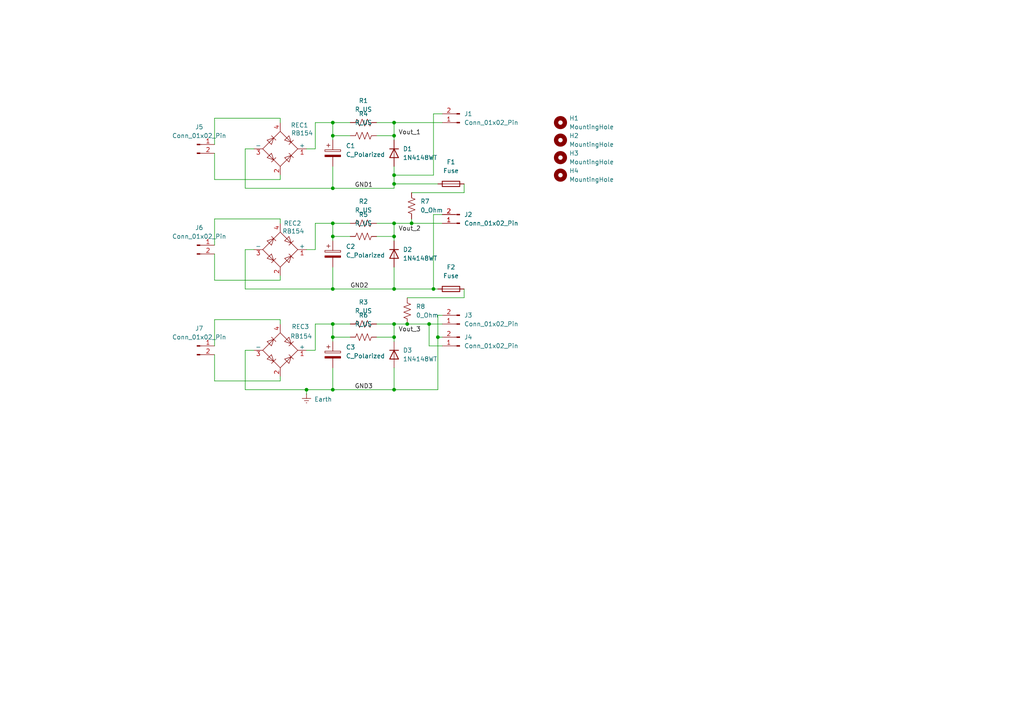
<source format=kicad_sch>
(kicad_sch (version 20250114) (generator "eeschema") (generator_version "9.0")
  (paper "A4")
  (lib_symbols
    (symbol "Connector:Conn_01x02_Pin" (pin_names (offset 1.016) (hide yes))
      (property "Reference" "J" (at 0 2.54 0))
      (property "Value" "Conn_01x02_Pin" (at 0 -5.08 0))
      (symbol "Conn_01x02_Pin_1_1"
        (rectangle (start 0.8636 0.127) (end 0 -0.127) (stroke (width 0.1524)) (fill (type outline)))
        (rectangle (start 0.8636 -2.413) (end 0 -2.667) (stroke (width 0.1524)) (fill (type outline)))
        (polyline (pts (xy 1.27 0) (xy 0.8636 0)) (stroke (width 0.1524)))
        (polyline (pts (xy 1.27 -2.54) (xy 0.8636 -2.54)) (stroke (width 0.1524)))
        (pin passive line (at 5.08 0 180) (length 3.81) (name "Pin_1") (number "1"))
        (pin passive line (at 5.08 -2.54 180) (length 3.81) (name "Pin_2") (number "2"))
      )
    )
    (symbol "Device:C_Polarized" (pin_numbers (hide yes)) (pin_names (offset 0.254))
      (property "Reference" "C" (at 0.635 2.54 0))
      (property "Value" "C_Polarized" (at 0.635 -2.54 0))
      (symbol "C_Polarized_0_1"
        (rectangle (start -2.286 0.508) (end 2.286 1.016))
        (polyline (pts (xy -1.778 2.286) (xy -0.762 2.286)))
        (polyline (pts (xy -1.27 2.794) (xy -1.27 1.778)))
        (rectangle (start 2.286 -0.508) (end -2.286 -1.016) (fill (type outline)))
      )
      (symbol "C_Polarized_1_1"
        (pin passive line (at 0 3.81 270) (length 2.794) (name "~") (number "1"))
        (pin passive line (at 0 -3.81 90) (length 2.794) (name "~") (number "2"))
      )
    )
    (symbol "Device:Fuse" (pin_numbers (hide yes)) (pin_names (offset 0))
      (property "Reference" "F" (at 2.032 0 90))
      (property "Value" "Fuse" (at -1.905 0 90))
      (symbol "Fuse_0_1"
        (rectangle (start -0.762 -2.54) (end 0.762 2.54) (stroke (width 0.254)))
        (polyline (pts (xy 0 2.54) (xy 0 -2.54)))
      )
      (symbol "Fuse_1_1"
        (pin passive line (at 0 3.81 270) (length 1.27) (name "~") (number "1"))
        (pin passive line (at 0 -3.81 90) (length 1.27) (name "~") (number "2"))
      )
    )
    (symbol "Device:R_US" (pin_numbers (hide yes)) (pin_names (offset 0))
      (property "Reference" "R" (at 2.54 0 90))
      (property "Value" "R_US" (at -2.54 0 90))
      (symbol "R_US_0_1"
        (polyline (pts (xy 0 2.286) (xy 0 2.54)))
        (polyline (pts (xy 0 2.286) (xy 1.016 1.905) (xy 0 1.524) (xy -1.016 1.143) (xy 0 0.762)))
        (polyline (pts (xy 0 0.762) (xy 1.016 0.381) (xy 0 0) (xy -1.016 -0.381) (xy 0 -0.762)))
        (polyline (pts (xy 0 -0.762) (xy 1.016 -1.143) (xy 0 -1.524) (xy -1.016 -1.905) (xy 0 -2.286)))
        (polyline (pts (xy 0 -2.286) (xy 0 -2.54)))
      )
      (symbol "R_US_1_1"
        (pin passive line (at 0 3.81 270) (length 1.27) (name "~") (number "1"))
        (pin passive line (at 0 -3.81 90) (length 1.27) (name "~") (number "2"))
      )
    )
    (symbol "Diode:1N4148WT" (pin_numbers (hide yes)) (pin_names (hide yes))
      (property "Reference" "D" (at 0 2.54 0))
      (property "Value" "1N4148WT" (at 0 -2.54 0))
      (symbol "1N4148WT_0_1"
        (polyline (pts (xy -1.27 1.27) (xy -1.27 -1.27)) (stroke (width 0.254)))
        (polyline (pts (xy 1.27 1.27) (xy 1.27 -1.27) (xy -1.27 0) (xy 1.27 1.27)) (stroke (width 0.254)))
        (polyline (pts (xy 1.27 0) (xy -1.27 0)))
      )
      (symbol "1N4148WT_1_1"
        (pin passive line (at -3.81 0 0) (length 2.54) (name "K") (number "1"))
        (pin passive line (at 3.81 0 180) (length 2.54) (name "A") (number "2"))
      )
    )
    (symbol "Diode_Bridge:RB151" (pin_names (offset 0))
      (property "Reference" "D" (at 2.54 6.985 0))
      (property "Value" "RB151" (at 2.54 5.08 0))
      (symbol "RB151_0_1"
        (polyline (pts (xy -5.08 0) (xy 0 -5.08) (xy 5.08 0) (xy 0 5.08) (xy -5.08 0)))
        (polyline (pts (xy -3.81 2.54) (xy -2.54 1.27) (xy -1.905 3.175) (xy -3.81 2.54)))
        (polyline (pts (xy -2.54 3.81) (xy -1.27 2.54)))
        (polyline (pts (xy -2.54 -1.27) (xy -3.81 -2.54) (xy -1.905 -3.175) (xy -2.54 -1.27)))
        (polyline (pts (xy -1.27 -2.54) (xy -2.54 -3.81)))
        (polyline (pts (xy 1.27 2.54) (xy 2.54 3.81) (xy 3.175 1.905) (xy 1.27 2.54)))
        (polyline (pts (xy 2.54 1.27) (xy 3.81 2.54)))
        (polyline (pts (xy 2.54 -1.27) (xy 3.81 -2.54)))
        (polyline (pts (xy 3.175 -1.905) (xy 1.27 -2.54) (xy 2.54 -3.81) (xy 3.175 -1.905)))
      )
      (symbol "RB151_1_1"
        (pin passive line (at -7.62 0 0) (length 2.54) (name "-") (number "3"))
        (pin passive line (at 0 7.62 270) (length 2.54) (name "~") (number "4"))
        (pin passive line (at 0 -7.62 90) (length 2.54) (name "~") (number "2"))
        (pin passive line (at 7.62 0 180) (length 2.54) (name "+") (number "1"))
      )
    )
    (symbol "Mechanical:MountingHole" (pin_names (offset 1.016)) (exclude_from_sim yes) (in_bom no)
      (property "Reference" "H" (at 0 5.08 0))
      (property "Value" "MountingHole" (at 0 3.175 0))
      (symbol "MountingHole_0_1"
        (circle (center 0 0) (radius 1.27) (stroke (width 1.27)))
      )
    )
    (symbol "power:Earth" (power) (pin_numbers (hide yes)) (pin_names (offset 0) (hide yes))
      (property "Value" "Earth" (at 0 -3.81 0))
      (symbol "Earth_0_1"
        (polyline (pts (xy -0.635 -1.905) (xy 0.635 -1.905)))
        (polyline (pts (xy -0.127 -2.54) (xy 0.127 -2.54)))
        (polyline (pts (xy 0 -1.27) (xy 0 0)))
        (polyline (pts (xy 1.27 -1.27) (xy -1.27 -1.27)))
      )
      (symbol "Earth_1_1"
        (pin power_in line (at 0 0 270) (length 0) (name "~") (number "1"))
      )
    )
  )
  (junction (at 96.52 68.58))
  (junction (at 114.3 68.58))
  (junction (at 125.73 83.82))
  (junction (at 114.3 113.03))
  (junction (at 114.3 53.34))
  (junction (at 96.52 35.56))
  (junction (at 96.52 93.98))
  (junction (at 114.3 35.56))
  (junction (at 96.52 39.37))
  (junction (at 96.52 113.03))
  (junction (at 114.3 39.37))
  (junction (at 96.52 64.77))
  (junction (at 124.46 93.98))
  (junction (at 119.38 64.77))
  (junction (at 96.52 97.79))
  (junction (at 118.11 93.98))
  (junction (at 96.52 54.61))
  (junction (at 114.3 93.98))
  (junction (at 114.3 97.79))
  (junction (at 114.3 64.77))
  (junction (at 88.9 113.03))
  (junction (at 114.3 50.8))
  (junction (at 114.3 83.82))
  (junction (at 127 97.79))
  (junction (at 96.52 83.82))
  (wire (pts (xy 96.52 68.58) (xy 96.52 69.85)))
  (wire (pts (xy 81.28 34.29) (xy 81.28 35.56)))
  (wire (pts (xy 125.73 62.23) (xy 125.73 83.82)))
  (wire (pts (xy 91.44 64.77) (xy 96.52 64.77)))
  (wire (pts (xy 124.46 93.98) (xy 124.46 100.33)))
  (wire (pts (xy 62.23 34.29) (xy 81.28 34.29)))
  (wire (pts (xy 91.44 93.98) (xy 96.52 93.98)))
  (wire (pts (xy 73.66 72.39) (xy 71.12 72.39)))
  (wire (pts (xy 109.22 93.98) (xy 114.3 93.98)))
  (wire (pts (xy 114.3 113.03) (xy 127 113.03)))
  (wire (pts (xy 114.3 48.26) (xy 114.3 50.8)))
  (wire (pts (xy 62.23 63.5) (xy 62.23 71.12)))
  (wire (pts (xy 109.22 39.37) (xy 114.3 39.37)))
  (wire (pts (xy 62.23 44.45) (xy 62.23 52.07)))
  (wire (pts (xy 62.23 63.5) (xy 81.28 63.5)))
  (wire (pts (xy 119.38 64.77) (xy 128.27 64.77)))
  (wire (pts (xy 114.3 53.34) (xy 127 53.34)))
  (wire (pts (xy 71.12 101.6) (xy 71.12 113.03)))
  (wire (pts (xy 114.3 35.56) (xy 128.27 35.56)))
  (wire (pts (xy 62.23 34.29) (xy 62.23 41.91)))
  (wire (pts (xy 91.44 35.56) (xy 91.44 43.18)))
  (wire (pts (xy 96.52 93.98) (xy 96.52 97.79)))
  (wire (pts (xy 114.3 93.98) (xy 118.11 93.98)))
  (wire (pts (xy 96.52 97.79) (xy 96.52 99.06)))
  (wire (pts (xy 71.12 101.6) (xy 73.66 101.6)))
  (wire (pts (xy 96.52 93.98) (xy 101.6 93.98)))
  (wire (pts (xy 119.38 63.5) (xy 119.38 64.77)))
  (wire (pts (xy 114.3 50.8) (xy 114.3 53.34)))
  (wire (pts (xy 114.3 77.47) (xy 114.3 83.82)))
  (wire (pts (xy 96.52 77.47) (xy 96.52 83.82)))
  (wire (pts (xy 109.22 68.58) (xy 114.3 68.58)))
  (wire (pts (xy 124.46 93.98) (xy 128.27 93.98)))
  (wire (pts (xy 62.23 92.71) (xy 81.28 92.71)))
  (wire (pts (xy 118.11 86.36) (xy 134.62 86.36)))
  (wire (pts (xy 125.73 62.23) (xy 128.27 62.23)))
  (wire (pts (xy 71.12 54.61) (xy 96.52 54.61)))
  (wire (pts (xy 124.46 100.33) (xy 128.27 100.33)))
  (wire (pts (xy 134.62 83.82) (xy 134.62 86.36)))
  (wire (pts (xy 62.23 92.71) (xy 62.23 100.33)))
  (wire (pts (xy 114.3 106.68) (xy 114.3 113.03)))
  (wire (pts (xy 96.52 113.03) (xy 114.3 113.03)))
  (wire (pts (xy 96.52 64.77) (xy 96.52 68.58)))
  (wire (pts (xy 114.3 53.34) (xy 114.3 54.61)))
  (wire (pts (xy 96.52 68.58) (xy 101.6 68.58)))
  (wire (pts (xy 96.52 83.82) (xy 114.3 83.82)))
  (wire (pts (xy 119.38 55.88) (xy 134.62 55.88)))
  (wire (pts (xy 114.3 39.37) (xy 114.3 40.64)))
  (wire (pts (xy 114.3 97.79) (xy 114.3 99.06)))
  (wire (pts (xy 127 97.79) (xy 127 113.03)))
  (wire (pts (xy 114.3 35.56) (xy 114.3 39.37)))
  (wire (pts (xy 71.12 43.18) (xy 73.66 43.18)))
  (wire (pts (xy 81.28 81.28) (xy 81.28 80.01)))
  (wire (pts (xy 109.22 97.79) (xy 114.3 97.79)))
  (wire (pts (xy 114.3 68.58) (xy 114.3 69.85)))
  (wire (pts (xy 127 97.79) (xy 128.27 97.79)))
  (wire (pts (xy 88.9 72.39) (xy 91.44 72.39)))
  (wire (pts (xy 96.52 64.77) (xy 101.6 64.77)))
  (wire (pts (xy 71.12 83.82) (xy 96.52 83.82)))
  (wire (pts (xy 114.3 93.98) (xy 114.3 97.79)))
  (wire (pts (xy 96.52 54.61) (xy 114.3 54.61)))
  (wire (pts (xy 91.44 64.77) (xy 91.44 72.39)))
  (wire (pts (xy 125.73 33.02) (xy 128.27 33.02)))
  (wire (pts (xy 118.11 93.98) (xy 124.46 93.98)))
  (wire (pts (xy 125.73 83.82) (xy 127 83.82)))
  (wire (pts (xy 109.22 35.56) (xy 114.3 35.56)))
  (wire (pts (xy 88.9 113.03) (xy 96.52 113.03)))
  (wire (pts (xy 127 91.44) (xy 128.27 91.44)))
  (wire (pts (xy 88.9 101.6) (xy 91.44 101.6)))
  (wire (pts (xy 81.28 109.22) (xy 81.28 110.49)))
  (wire (pts (xy 71.12 72.39) (xy 71.12 83.82)))
  (wire (pts (xy 96.52 106.68) (xy 96.52 113.03)))
  (wire (pts (xy 62.23 73.66) (xy 62.23 81.28)))
  (wire (pts (xy 96.52 35.56) (xy 101.6 35.56)))
  (wire (pts (xy 71.12 43.18) (xy 71.12 54.61)))
  (wire (pts (xy 114.3 64.77) (xy 114.3 68.58)))
  (wire (pts (xy 81.28 63.5) (xy 81.28 64.77)))
  (wire (pts (xy 62.23 81.28) (xy 81.28 81.28)))
  (wire (pts (xy 62.23 52.07) (xy 81.28 52.07)))
  (wire (pts (xy 96.52 48.26) (xy 96.52 54.61)))
  (wire (pts (xy 114.3 83.82) (xy 125.73 83.82)))
  (wire (pts (xy 109.22 64.77) (xy 114.3 64.77)))
  (wire (pts (xy 96.52 97.79) (xy 101.6 97.79)))
  (wire (pts (xy 114.3 64.77) (xy 119.38 64.77)))
  (wire (pts (xy 127 91.44) (xy 127 97.79)))
  (wire (pts (xy 114.3 50.8) (xy 125.73 50.8)))
  (wire (pts (xy 81.28 92.71) (xy 81.28 93.98)))
  (wire (pts (xy 91.44 93.98) (xy 91.44 101.6)))
  (wire (pts (xy 62.23 102.87) (xy 62.23 110.49)))
  (wire (pts (xy 71.12 113.03) (xy 88.9 113.03)))
  (wire (pts (xy 81.28 50.8) (xy 81.28 52.07)))
  (wire (pts (xy 125.73 33.02) (xy 125.73 50.8)))
  (wire (pts (xy 134.62 53.34) (xy 134.62 55.88)))
  (wire (pts (xy 96.52 39.37) (xy 101.6 39.37)))
  (wire (pts (xy 62.23 110.49) (xy 81.28 110.49)))
  (wire (pts (xy 88.9 43.18) (xy 91.44 43.18)))
  (wire (pts (xy 96.52 35.56) (xy 96.52 39.37)))
  (wire (pts (xy 96.52 39.37) (xy 96.52 40.64)))
  (wire (pts (xy 88.9 113.03) (xy 88.9 114.3)))
  (wire (pts (xy 91.44 35.56) (xy 96.52 35.56)))
  (label "Vout_1" (at 115.57 39.37 0))
  (label "GND2" (at 101.6 83.82 0))
  (label "GND3" (at 102.87 113.03 0))
  (label "Vout_2" (at 115.57 67.31 0))
  (label "Vout_3" (at 115.57 96.52 0))
  (label "GND1" (at 102.87 54.61 0))
  (symbol (lib_id "Device:R_US") (at 105.41 35.56 270) (unit 1)
    (property "Reference" "R1" (at 105.41 29.21 90))
    (property "Value" "R_US" (at 105.41 31.75 90))
    (property "Footprint" "Resistor_THT:R_Axial_DIN0204_L3.6mm_D1.6mm_P5.08mm_Horizontal" (effects (hide yes)))
    (property "Description" "Resistor, US symbol" (effects (hide yes)))
  )
  (symbol (lib_id "Device:C_Polarized") (at 96.52 102.87 0) (unit 1)
    (property "Reference" "C3" (at 100.33 100.7109 0) (effects (justify left)))
    (property "Value" "C_Polarized" (at 100.33 103.2509 0) (effects (justify left)))
    (property "Footprint" "Capacitor_THT:CP_Radial_D8.0mm_P5.00mm" (effects (hide yes)))
    (property "Description" "Polarized capacitor" (effects (hide yes)))
  )
  (symbol (lib_id "Connector:Conn_01x02_Pin") (at 133.35 35.56 180) (unit 1)
    (property "Reference" "J1" (at 134.62 33.0199 0) (effects (justify right)))
    (property "Value" "Conn_01x02_Pin" (at 134.62 35.5599 0) (effects (justify right)))
    (property "Footprint" "Connector_PinHeader_2.54mm:PinHeader_1x02_P2.54mm_Vertical" (effects (hide yes)))
    (property "Description" "Generic connector, single row, 01x02, script generated" (effects (hide yes)))
  )
  (symbol (lib_id "Device:R_US") (at 119.38 59.69 180) (unit 1)
    (property "Reference" "R7" (at 121.92 58.4199 0) (effects (justify right)))
    (property "Value" "0_Ohm" (at 121.92 60.9599 0) (effects (justify right)))
    (property "Footprint" "Resistor_THT:R_Axial_DIN0204_L3.6mm_D1.6mm_P5.08mm_Horizontal" (effects (hide yes)))
    (property "Description" "Resistor, US symbol" (effects (hide yes)))
  )
  (symbol (lib_id "Diode_Bridge:RB151") (at 81.28 43.18 0) (unit 1)
    (property "Reference" "REC1" (at 86.868 36.322 0))
    (property "Value" "RB154" (at 87.63 38.608 0))
    (property "Footprint" "Diode_THT:Diode_Bridge_Round_D9.0mm" (effects (hide yes)))
    (property "Datasheet" "https://www.rectron.com/public/product_datasheets/rb151-rb157.pdf" (effects (hide yes)))
    (property "Description" "Single-Phase Bridge Rectifier, 35V Vrms, 1.5A If, WOG-like package" (effects (hide yes)))
  )
  (symbol (lib_id "Mechanical:MountingHole") (at 162.56 40.64 0) (unit 1) (exclude_from_sim yes) (in_bom no)
    (property "Reference" "H2" (at 165.1 39.3699 0) (effects (justify left)))
    (property "Value" "MountingHole" (at 165.1 41.9099 0) (effects (justify left)))
    (property "Footprint" "MountingHole:MountingHole_2.2mm_M2_DIN965_Pad" (effects (hide yes)))
    (property "Description" "Mounting Hole without connection" (effects (hide yes)))
  )
  (symbol (lib_id "Device:R_US") (at 105.41 64.77 270) (unit 1)
    (property "Reference" "R2" (at 105.41 58.42 90))
    (property "Value" "R_US" (at 105.41 60.96 90))
    (property "Footprint" "Resistor_THT:R_Axial_DIN0204_L3.6mm_D1.6mm_P5.08mm_Horizontal" (effects (hide yes)))
    (property "Description" "Resistor, US symbol" (effects (hide yes)))
  )
  (symbol (lib_id "Device:R_US") (at 105.41 97.79 270) (unit 1)
    (property "Reference" "R6" (at 105.41 91.44 90))
    (property "Value" "R_US" (at 105.41 93.98 90))
    (property "Footprint" "Resistor_THT:R_Axial_DIN0204_L3.6mm_D1.6mm_P5.08mm_Horizontal" (effects (hide yes)))
    (property "Description" "Resistor, US symbol" (effects (hide yes)))
  )
  (symbol (lib_id "Device:R_US") (at 105.41 68.58 270) (unit 1)
    (property "Reference" "R5" (at 105.41 62.23 90))
    (property "Value" "R_US" (at 105.41 64.77 90))
    (property "Footprint" "Resistor_THT:R_Axial_DIN0204_L3.6mm_D1.6mm_P5.08mm_Horizontal" (effects (hide yes)))
    (property "Description" "Resistor, US symbol" (effects (hide yes)))
  )
  (symbol (lib_id "Diode:1N4148WT") (at 114.3 44.45 270) (unit 1)
    (property "Reference" "D1" (at 116.84 43.1799 90) (effects (justify left)))
    (property "Value" "1N4148WT" (at 116.84 45.7199 90) (effects (justify left)))
    (property "Footprint" "Diode_THT:D_A-405_P7.62mm_Horizontal" (effects (hide yes)))
    (property "Datasheet" "https://www.diodes.com/assets/Datasheets/ds30396.pdf" (effects (hide yes)))
    (property "Description" "75V 0.15A Fast switching Diode, SOD-523" (effects (hide yes)))
    (property "Sim.Device" "D" (effects (hide yes)))
    (property "Sim.Pins" "1=K 2=A" (effects (hide yes)))
  )
  (symbol (lib_id "Device:Fuse") (at 130.81 83.82 270) (unit 1)
    (property "Reference" "F2" (at 130.81 77.47 90))
    (property "Value" "Fuse" (at 130.81 80.01 90))
    (property "Footprint" "Fuse:SS5H2AAPH" (effects (hide yes)))
    (property "Description" "Fuse" (effects (hide yes)))
  )
  (symbol (lib_id "Diode_Bridge:RB151") (at 81.28 101.6 0) (unit 1)
    (property "Reference" "REC3" (at 87.122 94.742 0))
    (property "Value" "RB154" (at 87.376 97.536 0))
    (property "Footprint" "Diode_THT:Diode_Bridge_Round_D9.0mm" (effects (hide yes)))
    (property "Datasheet" "https://www.rectron.com/public/product_datasheets/rb151-rb157.pdf" (effects (hide yes)))
    (property "Description" "Single-Phase Bridge Rectifier, 35V Vrms, 1.5A If, WOG-like package" (effects (hide yes)))
  )
  (symbol (lib_id "power:Earth") (at 88.9 114.3 0) (unit 1)
    (property "Reference" "#PWR03" (effects (hide yes)))
    (property "Value" "Earth" (at 93.726 115.824 0))
    (property "Description" "Power symbol creates a global label with name \"Earth\"" (effects (hide yes)))
  )
  (symbol (lib_id "Mechanical:MountingHole") (at 162.56 35.56 0) (unit 1) (exclude_from_sim yes) (in_bom no)
    (property "Reference" "H1" (at 165.1 34.2899 0) (effects (justify left)))
    (property "Value" "MountingHole" (at 165.1 36.8299 0) (effects (justify left)))
    (property "Footprint" "MountingHole:MountingHole_2.2mm_M2_DIN965_Pad" (effects (hide yes)))
    (property "Description" "Mounting Hole without connection" (effects (hide yes)))
  )
  (symbol (lib_id "Connector:Conn_01x02_Pin") (at 57.15 41.91 0) (unit 1)
    (property "Reference" "J5" (at 57.785 36.83 0))
    (property "Value" "Conn_01x02_Pin" (at 57.785 39.37 0))
    (property "Footprint" "Connector_PinHeader_2.54mm:PinHeader_1x02_P2.54mm_Vertical" (effects (hide yes)))
    (property "Description" "Generic connector, single row, 01x02, script generated" (effects (hide yes)))
  )
  (symbol (lib_id "Diode:1N4148WT") (at 114.3 73.66 270) (unit 1)
    (property "Reference" "D2" (at 116.84 72.3899 90) (effects (justify left)))
    (property "Value" "1N4148WT" (at 116.84 74.9299 90) (effects (justify left)))
    (property "Footprint" "Diode_THT:D_A-405_P7.62mm_Horizontal" (effects (hide yes)))
    (property "Datasheet" "https://www.diodes.com/assets/Datasheets/ds30396.pdf" (effects (hide yes)))
    (property "Description" "75V 0.15A Fast switching Diode, SOD-523" (effects (hide yes)))
    (property "Sim.Device" "D" (effects (hide yes)))
    (property "Sim.Pins" "1=K 2=A" (effects (hide yes)))
  )
  (symbol (lib_id "Device:R_US") (at 105.41 93.98 270) (unit 1)
    (property "Reference" "R3" (at 105.41 87.63 90))
    (property "Value" "R_US" (at 105.41 90.17 90))
    (property "Footprint" "Resistor_THT:R_Axial_DIN0204_L3.6mm_D1.6mm_P5.08mm_Horizontal" (effects (hide yes)))
    (property "Description" "Resistor, US symbol" (effects (hide yes)))
  )
  (symbol (lib_id "Mechanical:MountingHole") (at 162.56 50.8 0) (unit 1) (exclude_from_sim yes) (in_bom no)
    (property "Reference" "H4" (at 165.1 49.5299 0) (effects (justify left)))
    (property "Value" "MountingHole" (at 165.1 52.0699 0) (effects (justify left)))
    (property "Footprint" "MountingHole:MountingHole_2.2mm_M2_DIN965_Pad" (effects (hide yes)))
    (property "Description" "Mounting Hole without connection" (effects (hide yes)))
  )
  (symbol (lib_id "Device:Fuse") (at 130.81 53.34 270) (unit 1)
    (property "Reference" "F1" (at 130.81 46.99 90))
    (property "Value" "Fuse" (at 130.81 49.53 90))
    (property "Footprint" "Fuse:SS5H2AAPH" (effects (hide yes)))
    (property "Description" "Fuse" (effects (hide yes)))
  )
  (symbol (lib_id "Device:C_Polarized") (at 96.52 73.66 0) (unit 1)
    (property "Reference" "C2" (at 100.33 71.5009 0) (effects (justify left)))
    (property "Value" "C_Polarized" (at 100.33 74.0409 0) (effects (justify left)))
    (property "Footprint" "Capacitor_THT:CP_Radial_D8.0mm_P5.00mm" (effects (hide yes)))
    (property "Description" "Polarized capacitor" (effects (hide yes)))
  )
  (symbol (lib_id "Connector:Conn_01x02_Pin") (at 133.35 93.98 180) (unit 1)
    (property "Reference" "J3" (at 134.62 91.4399 0) (effects (justify right)))
    (property "Value" "Conn_01x02_Pin" (at 134.62 93.9799 0) (effects (justify right)))
    (property "Footprint" "Connector_PinHeader_2.54mm:PinHeader_1x02_P2.54mm_Vertical" (effects (hide yes)))
    (property "Description" "Generic connector, single row, 01x02, script generated" (effects (hide yes)))
  )
  (symbol (lib_id "Diode_Bridge:RB151") (at 81.28 72.39 0) (unit 1)
    (property "Reference" "REC2" (at 84.836 64.77 0))
    (property "Value" "RB154" (at 85.09 67.056 0))
    (property "Footprint" "Diode_THT:Diode_Bridge_Round_D9.0mm" (effects (hide yes)))
    (property "Datasheet" "https://www.rectron.com/public/product_datasheets/rb151-rb157.pdf" (effects (hide yes)))
    (property "Description" "Single-Phase Bridge Rectifier, 35V Vrms, 1.5A If, WOG-like package" (effects (hide yes)))
  )
  (symbol (lib_id "Connector:Conn_01x02_Pin") (at 57.15 100.33 0) (unit 1)
    (property "Reference" "J7" (at 57.785 95.25 0))
    (property "Value" "Conn_01x02_Pin" (at 57.785 97.79 0))
    (property "Footprint" "Connector_PinHeader_2.54mm:PinHeader_1x02_P2.54mm_Vertical" (effects (hide yes)))
    (property "Description" "Generic connector, single row, 01x02, script generated" (effects (hide yes)))
  )
  (symbol (lib_id "Device:C_Polarized") (at 96.52 44.45 0) (unit 1)
    (property "Reference" "C1" (at 100.33 42.2909 0) (effects (justify left)))
    (property "Value" "C_Polarized" (at 100.33 44.8309 0) (effects (justify left)))
    (property "Footprint" "Capacitor_THT:CP_Radial_D8.0mm_P5.00mm" (effects (hide yes)))
    (property "Description" "Polarized capacitor" (effects (hide yes)))
  )
  (symbol (lib_id "Connector:Conn_01x02_Pin") (at 57.15 71.12 0) (unit 1)
    (property "Reference" "J6" (at 57.785 66.04 0))
    (property "Value" "Conn_01x02_Pin" (at 57.785 68.58 0))
    (property "Footprint" "Connector_PinHeader_2.54mm:PinHeader_1x02_P2.54mm_Vertical" (effects (hide yes)))
    (property "Description" "Generic connector, single row, 01x02, script generated" (effects (hide yes)))
  )
  (symbol (lib_id "Device:R_US") (at 118.11 90.17 180) (unit 1)
    (property "Reference" "R8" (at 120.65 88.8999 0) (effects (justify right)))
    (property "Value" "0_Ohm" (at 120.65 91.4399 0) (effects (justify right)))
    (property "Footprint" "Resistor_THT:R_Axial_DIN0204_L3.6mm_D1.6mm_P5.08mm_Horizontal" (effects (hide yes)))
    (property "Description" "Resistor, US symbol" (effects (hide yes)))
  )
  (symbol (lib_id "Diode:1N4148WT") (at 114.3 102.87 270) (unit 1)
    (property "Reference" "D3" (at 116.84 101.5999 90) (effects (justify left)))
    (property "Value" "1N4148WT" (at 116.84 104.1399 90) (effects (justify left)))
    (property "Footprint" "Diode_THT:D_A-405_P7.62mm_Horizontal" (effects (hide yes)))
    (property "Datasheet" "https://www.diodes.com/assets/Datasheets/ds30396.pdf" (effects (hide yes)))
    (property "Description" "75V 0.15A Fast switching Diode, SOD-523" (effects (hide yes)))
    (property "Sim.Device" "D" (effects (hide yes)))
    (property "Sim.Pins" "1=K 2=A" (effects (hide yes)))
  )
  (symbol (lib_id "Connector:Conn_01x02_Pin") (at 133.35 100.33 180) (unit 1)
    (property "Reference" "J4" (at 134.62 97.7899 0) (effects (justify right)))
    (property "Value" "Conn_01x02_Pin" (at 134.62 100.3299 0) (effects (justify right)))
    (property "Footprint" "Connector_PinHeader_2.54mm:PinHeader_1x02_P2.54mm_Vertical" (effects (hide yes)))
    (property "Description" "Generic connector, single row, 01x02, script generated" (effects (hide yes)))
  )
  (symbol (lib_id "Device:R_US") (at 105.41 39.37 270) (unit 1)
    (property "Reference" "R4" (at 105.41 33.02 90))
    (property "Value" "R_US" (at 105.41 35.56 90))
    (property "Footprint" "Resistor_THT:R_Axial_DIN0204_L3.6mm_D1.6mm_P5.08mm_Horizontal" (effects (hide yes)))
    (property "Description" "Resistor, US symbol" (effects (hide yes)))
  )
  (symbol (lib_id "Mechanical:MountingHole") (at 162.56 45.72 0) (unit 1) (exclude_from_sim yes) (in_bom no)
    (property "Reference" "H3" (at 165.1 44.4499 0) (effects (justify left)))
    (property "Value" "MountingHole" (at 165.1 46.9899 0) (effects (justify left)))
    (property "Footprint" "MountingHole:MountingHole_2.2mm_M2_DIN965_Pad" (effects (hide yes)))
    (property "Description" "Mounting Hole without connection" (effects (hide yes)))
  )
  (symbol (lib_id "Connector:Conn_01x02_Pin") (at 133.35 64.77 180) (unit 1)
    (property "Reference" "J2" (at 134.62 62.2299 0) (effects (justify right)))
    (property "Value" "Conn_01x02_Pin" (at 134.62 64.7699 0) (effects (justify right)))
    (property "Footprint" "Connector_PinHeader_2.54mm:PinHeader_1x02_P2.54mm_Vertical" (effects (hide yes)))
    (property "Description" "Generic connector, single row, 01x02, script generated" (effects (hide yes)))
  )
)
</source>
